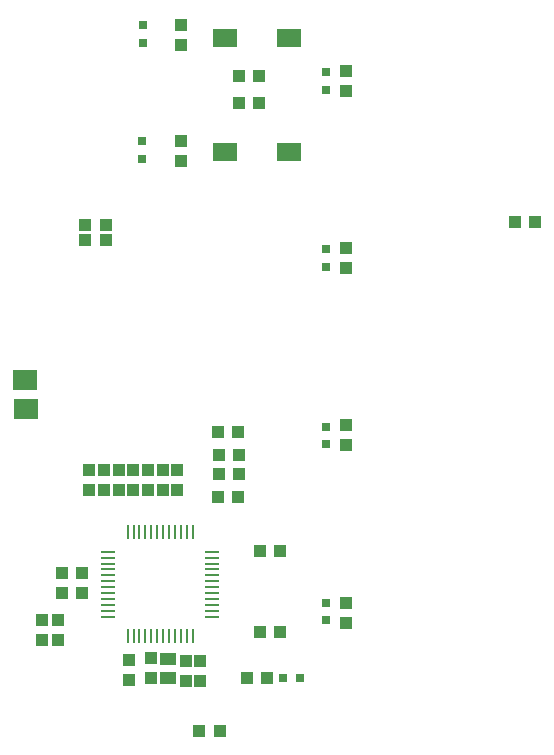
<source format=gtp>
G75*
%MOIN*%
%OFA0B0*%
%FSLAX25Y25*%
%IPPOS*%
%LPD*%
%AMOC8*
5,1,8,0,0,1.08239X$1,22.5*
%
%ADD10R,0.07874X0.06299*%
%ADD11R,0.05118X0.00827*%
%ADD12R,0.00827X0.05118*%
%ADD13R,0.04331X0.03937*%
%ADD14R,0.03937X0.04331*%
%ADD15R,0.03150X0.03150*%
%ADD16R,0.05709X0.03937*%
%ADD17R,0.07900X0.06700*%
D10*
X0135451Y0242582D03*
X0156711Y0242582D03*
X0156711Y0280377D03*
X0135451Y0280377D03*
D11*
X0131238Y0109196D03*
X0131238Y0107228D03*
X0131238Y0105259D03*
X0131238Y0103291D03*
X0131238Y0101322D03*
X0131238Y0099354D03*
X0131238Y0097385D03*
X0131238Y0095417D03*
X0131238Y0093448D03*
X0131238Y0091480D03*
X0131238Y0089511D03*
X0131238Y0087543D03*
X0096593Y0087543D03*
X0096593Y0089511D03*
X0096593Y0091480D03*
X0096593Y0093448D03*
X0096593Y0095417D03*
X0096593Y0097385D03*
X0096593Y0099354D03*
X0096593Y0101322D03*
X0096593Y0103291D03*
X0096593Y0105259D03*
X0096593Y0107228D03*
X0096593Y0109196D03*
D12*
X0103089Y0115692D03*
X0105057Y0115692D03*
X0107026Y0115692D03*
X0108994Y0115692D03*
X0110963Y0115692D03*
X0112931Y0115692D03*
X0114900Y0115692D03*
X0116868Y0115692D03*
X0118837Y0115692D03*
X0120805Y0115692D03*
X0122774Y0115692D03*
X0124742Y0115692D03*
X0124742Y0081047D03*
X0122774Y0081047D03*
X0120805Y0081047D03*
X0118837Y0081047D03*
X0116868Y0081047D03*
X0114900Y0081047D03*
X0112931Y0081047D03*
X0110963Y0081047D03*
X0108994Y0081047D03*
X0107026Y0081047D03*
X0105057Y0081047D03*
X0103089Y0081047D03*
D13*
X0087816Y0095405D03*
X0087816Y0102008D03*
X0081124Y0102008D03*
X0081124Y0095405D03*
X0127014Y0049410D03*
X0133706Y0049410D03*
X0142704Y0067010D03*
X0149396Y0067010D03*
X0147239Y0082528D03*
X0153932Y0082528D03*
X0153886Y0109360D03*
X0147194Y0109360D03*
X0139960Y0127402D03*
X0133267Y0127402D03*
X0133425Y0135040D03*
X0133425Y0141418D03*
X0140118Y0141418D03*
X0140118Y0135040D03*
X0139960Y0149253D03*
X0133267Y0149253D03*
X0095716Y0213030D03*
X0095716Y0218030D03*
X0089024Y0218030D03*
X0089024Y0213030D03*
X0140057Y0258763D03*
X0146750Y0258763D03*
X0146829Y0267739D03*
X0140136Y0267739D03*
X0232065Y0218999D03*
X0238758Y0218999D03*
D14*
X0074644Y0079770D03*
X0079930Y0079769D03*
X0079930Y0086462D03*
X0074644Y0086463D03*
X0103570Y0072976D03*
X0103570Y0066284D03*
X0110770Y0066984D03*
X0110770Y0073676D03*
X0122370Y0072676D03*
X0127270Y0072676D03*
X0127270Y0065984D03*
X0122370Y0065984D03*
X0176002Y0085574D03*
X0176002Y0092267D03*
X0176002Y0144629D03*
X0176002Y0151322D03*
X0176002Y0203684D03*
X0176002Y0210377D03*
X0176002Y0262739D03*
X0176002Y0269432D03*
X0120727Y0278251D03*
X0120727Y0284944D03*
X0120727Y0246086D03*
X0120727Y0239393D03*
X0119670Y0136576D03*
X0114770Y0136576D03*
X0109870Y0136576D03*
X0104970Y0136576D03*
X0100070Y0136576D03*
X0095170Y0136576D03*
X0090270Y0136576D03*
X0090270Y0129884D03*
X0095170Y0129884D03*
X0100070Y0129884D03*
X0104970Y0129884D03*
X0109870Y0129884D03*
X0114770Y0129884D03*
X0119670Y0129884D03*
D15*
X0169113Y0145023D03*
X0169113Y0150928D03*
X0169113Y0204078D03*
X0169113Y0209984D03*
X0169113Y0263133D03*
X0169113Y0269039D03*
X0108168Y0278842D03*
X0108168Y0284747D03*
X0108010Y0245968D03*
X0108010Y0240062D03*
X0169113Y0092267D03*
X0169113Y0086361D03*
X0160623Y0067000D03*
X0154717Y0067000D03*
D16*
X0116603Y0067262D03*
X0116603Y0073561D03*
D17*
X0069228Y0156750D03*
X0068881Y0166301D03*
M02*

</source>
